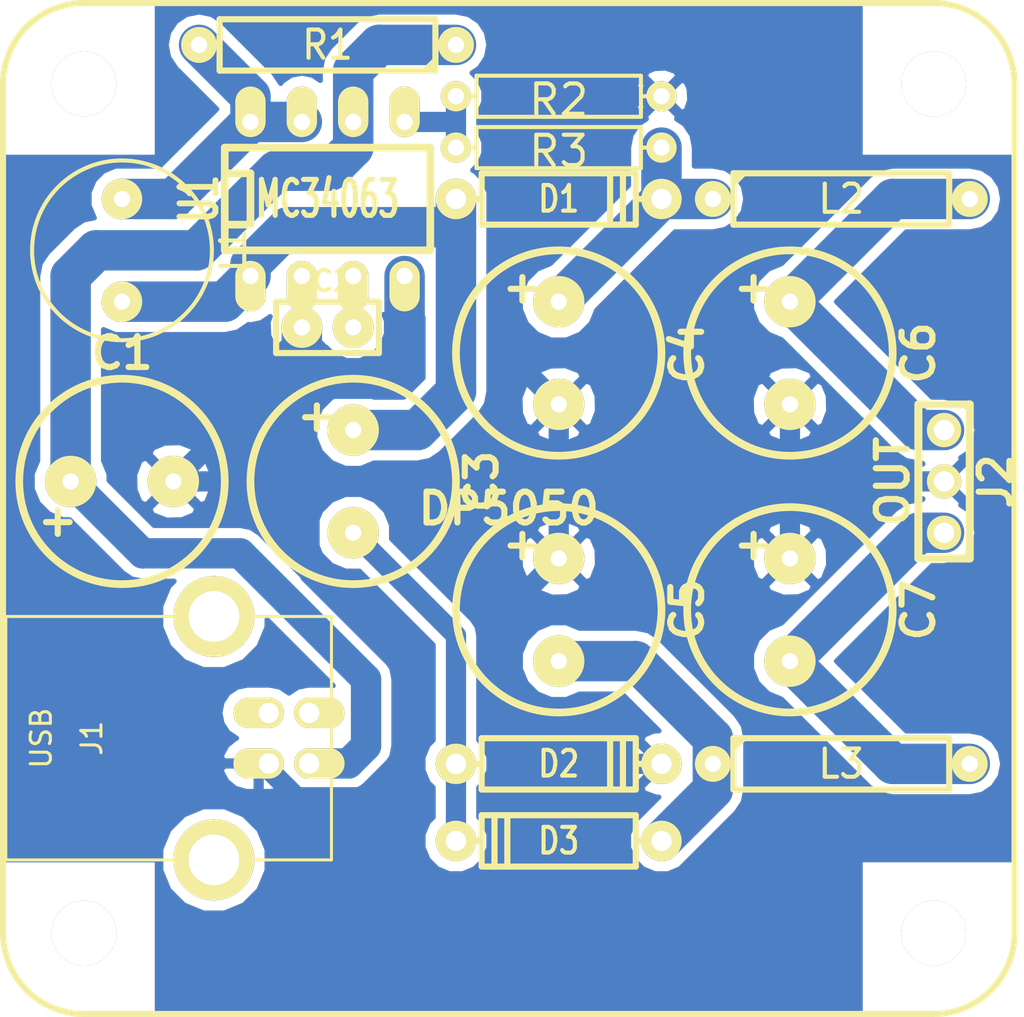
<source format=kicad_pcb>
(kicad_pcb (version 3) (host pcbnew "(2013-07-07 BZR 4022)-stable")

  (general
    (links 34)
    (no_connects 0)
    (area 47.8536 49.594919 100.405081 100.405081)
    (thickness 1.6)
    (drawings 0)
    (tracks 87)
    (zones 0)
    (modules 20)
    (nets 12)
  )

  (page A4)
  (layers
    (15 F.Cu signal)
    (0 B.Cu signal)
    (16 B.Adhes user)
    (17 F.Adhes user)
    (18 B.Paste user)
    (19 F.Paste user)
    (20 B.SilkS user)
    (21 F.SilkS user)
    (22 B.Mask user)
    (23 F.Mask user)
    (24 Dwgs.User user)
    (25 Cmts.User user)
    (26 Eco1.User user)
    (27 Eco2.User user)
    (28 Edge.Cuts user)
  )

  (setup
    (last_trace_width 0.254)
    (user_trace_width 0.5)
    (user_trace_width 1)
    (user_trace_width 1.5)
    (user_trace_width 2)
    (trace_clearance 0.254)
    (zone_clearance 0.5)
    (zone_45_only no)
    (trace_min 0.254)
    (segment_width 0.2)
    (edge_width 0.1)
    (via_size 0.889)
    (via_drill 0.635)
    (via_min_size 0.889)
    (via_min_drill 0.508)
    (uvia_size 0.508)
    (uvia_drill 0.127)
    (uvias_allowed no)
    (uvia_min_size 0.508)
    (uvia_min_drill 0.127)
    (pcb_text_width 0.3)
    (pcb_text_size 1.5 1.5)
    (mod_edge_width 0.15)
    (mod_text_size 1 1)
    (mod_text_width 0.15)
    (pad_size 1.5 2.5)
    (pad_drill 0.8001)
    (pad_to_mask_clearance 0)
    (aux_axis_origin 0 0)
    (visible_elements 7FFFFFFF)
    (pcbplotparams
      (layerselection 3178497)
      (usegerberextensions true)
      (excludeedgelayer true)
      (linewidth 0.150000)
      (plotframeref false)
      (viasonmask false)
      (mode 1)
      (useauxorigin false)
      (hpglpennumber 1)
      (hpglpenspeed 20)
      (hpglpendiameter 15)
      (hpglpenoverlay 2)
      (psnegative false)
      (psa4output false)
      (plotreference true)
      (plotvalue true)
      (plotothertext true)
      (plotinvisibletext false)
      (padsonsilk false)
      (subtractmaskfromsilk false)
      (outputformat 1)
      (mirror false)
      (drillshape 1)
      (scaleselection 1)
      (outputdirectory ""))
  )

  (net 0 "")
  (net 1 GND)
  (net 2 N-0000010)
  (net 3 N-0000011)
  (net 4 N-0000012)
  (net 5 N-0000013)
  (net 6 N-0000015)
  (net 7 N-000002)
  (net 8 N-000003)
  (net 9 N-000004)
  (net 10 N-000009)
  (net 11 VCC)

  (net_class Default "This is the default net class."
    (clearance 0.254)
    (trace_width 0.254)
    (via_dia 0.889)
    (via_drill 0.635)
    (uvia_dia 0.508)
    (uvia_drill 0.127)
    (add_net "")
    (add_net GND)
    (add_net N-0000010)
    (add_net N-0000011)
    (add_net N-0000012)
    (add_net N-0000013)
    (add_net N-0000015)
    (add_net N-000002)
    (add_net N-000003)
    (add_net N-000004)
    (add_net N-000009)
    (add_net VCC)
  )

  (module R5 (layer F.Cu) (tedit 525A9576) (tstamp 541CC068)
    (at 66.04 52.07 180)
    (descr "Resistance 5 pas")
    (tags R)
    (path /54189E12)
    (autoplace_cost180 10)
    (fp_text reference R1 (at 0 0 180) (layer F.SilkS)
      (effects (font (size 1.397 1.27) (thickness 0.2032)))
    )
    (fp_text value R47/1W (at 0 0 180) (layer F.SilkS) hide
      (effects (font (size 1.397 1.27) (thickness 0.2032)))
    )
    (fp_line (start -6.35 0) (end -5.334 0) (layer F.SilkS) (width 0.3048))
    (fp_line (start 6.35 0) (end 5.334 0) (layer F.SilkS) (width 0.3048))
    (fp_line (start 5.334 -1.27) (end 5.334 1.27) (layer F.SilkS) (width 0.3048))
    (fp_line (start 5.334 1.27) (end -5.334 1.27) (layer F.SilkS) (width 0.3048))
    (fp_line (start -5.334 1.27) (end -5.334 -1.27) (layer F.SilkS) (width 0.3048))
    (fp_line (start -5.334 -1.27) (end 5.334 -1.27) (layer F.SilkS) (width 0.3048))
    (fp_line (start -5.334 -0.762) (end -4.826 -1.27) (layer F.SilkS) (width 0.3048))
    (pad 1 thru_hole circle (at -6.35 0 180) (size 1.778 1.778) (drill 0.8)
      (layers *.Cu *.Mask F.SilkS)
      (net 11 VCC)
    )
    (pad 2 thru_hole circle (at 6.35 0 180) (size 1.778 1.778) (drill 0.8)
      (layers *.Cu *.Mask F.SilkS)
      (net 6 N-0000015)
    )
    (model discret/resistor.wrl
      (at (xyz 0 0 0))
      (scale (xyz 0.5 0.5 0.5))
      (rotate (xyz 0 0 0))
    )
  )

  (module R5 (layer F.Cu) (tedit 525A9576) (tstamp 541CC075)
    (at 91.44 59.69)
    (descr "Resistance 5 pas")
    (tags R)
    (path /54189F0D)
    (autoplace_cost180 10)
    (fp_text reference L2 (at 0 0) (layer F.SilkS)
      (effects (font (size 1.397 1.27) (thickness 0.2032)))
    )
    (fp_text value 1uH (at 0 0) (layer F.SilkS) hide
      (effects (font (size 1.397 1.27) (thickness 0.2032)))
    )
    (fp_line (start -6.35 0) (end -5.334 0) (layer F.SilkS) (width 0.3048))
    (fp_line (start 6.35 0) (end 5.334 0) (layer F.SilkS) (width 0.3048))
    (fp_line (start 5.334 -1.27) (end 5.334 1.27) (layer F.SilkS) (width 0.3048))
    (fp_line (start 5.334 1.27) (end -5.334 1.27) (layer F.SilkS) (width 0.3048))
    (fp_line (start -5.334 1.27) (end -5.334 -1.27) (layer F.SilkS) (width 0.3048))
    (fp_line (start -5.334 -1.27) (end 5.334 -1.27) (layer F.SilkS) (width 0.3048))
    (fp_line (start -5.334 -0.762) (end -4.826 -1.27) (layer F.SilkS) (width 0.3048))
    (pad 1 thru_hole circle (at -6.35 0) (size 1.778 1.778) (drill 0.8)
      (layers *.Cu *.Mask F.SilkS)
      (net 5 N-0000013)
    )
    (pad 2 thru_hole circle (at 6.35 0) (size 1.778 1.778) (drill 0.8)
      (layers *.Cu *.Mask F.SilkS)
      (net 3 N-0000011)
    )
    (model discret/resistor.wrl
      (at (xyz 0 0 0))
      (scale (xyz 0.5 0.5 0.5))
      (rotate (xyz 0 0 0))
    )
  )

  (module R5 (layer F.Cu) (tedit 525A9576) (tstamp 541CC082)
    (at 91.44 87.63)
    (descr "Resistance 5 pas")
    (tags R)
    (path /54189F1C)
    (autoplace_cost180 10)
    (fp_text reference L3 (at 0 0) (layer F.SilkS)
      (effects (font (size 1.397 1.27) (thickness 0.2032)))
    )
    (fp_text value 1uH (at 0 0) (layer F.SilkS) hide
      (effects (font (size 1.397 1.27) (thickness 0.2032)))
    )
    (fp_line (start -6.35 0) (end -5.334 0) (layer F.SilkS) (width 0.3048))
    (fp_line (start 6.35 0) (end 5.334 0) (layer F.SilkS) (width 0.3048))
    (fp_line (start 5.334 -1.27) (end 5.334 1.27) (layer F.SilkS) (width 0.3048))
    (fp_line (start 5.334 1.27) (end -5.334 1.27) (layer F.SilkS) (width 0.3048))
    (fp_line (start -5.334 1.27) (end -5.334 -1.27) (layer F.SilkS) (width 0.3048))
    (fp_line (start -5.334 -1.27) (end 5.334 -1.27) (layer F.SilkS) (width 0.3048))
    (fp_line (start -5.334 -0.762) (end -4.826 -1.27) (layer F.SilkS) (width 0.3048))
    (pad 1 thru_hole circle (at -6.35 0) (size 1.778 1.778) (drill 0.8)
      (layers *.Cu *.Mask F.SilkS)
      (net 4 N-0000012)
    )
    (pad 2 thru_hole circle (at 6.35 0) (size 1.778 1.778) (drill 0.8)
      (layers *.Cu *.Mask F.SilkS)
      (net 2 N-0000010)
    )
    (model discret/resistor.wrl
      (at (xyz 0 0 0))
      (scale (xyz 0.5 0.5 0.5))
      (rotate (xyz 0 0 0))
    )
  )

  (module R4 (layer F.Cu) (tedit 52119F90) (tstamp 541CC08F)
    (at 77.47 54.61)
    (descr "Resitance 4 pas")
    (tags R)
    (path /5418A038)
    (autoplace_cost180 10)
    (fp_text reference R2 (at 0 0.18) (layer F.SilkS)
      (effects (font (size 1.5 1.5) (thickness 0.2032)))
    )
    (fp_text value 1K5 (at 0 0) (layer F.SilkS) hide
      (effects (font (size 1.397 1.27) (thickness 0.2032)))
    )
    (fp_line (start -5.08 0) (end -4.064 0) (layer F.SilkS) (width 0.2))
    (fp_line (start -4.064 0) (end -4.064 -1.016) (layer F.SilkS) (width 0.2))
    (fp_line (start -4.064 -1.016) (end 4.064 -1.016) (layer F.SilkS) (width 0.2))
    (fp_line (start 4.064 -1.016) (end 4.064 1.016) (layer F.SilkS) (width 0.2))
    (fp_line (start 4.064 1.016) (end -4.064 1.016) (layer F.SilkS) (width 0.2))
    (fp_line (start -4.064 1.016) (end -4.064 0) (layer F.SilkS) (width 0.2))
    (fp_line (start 5.08 0) (end 4.064 0) (layer F.SilkS) (width 0.2))
    (pad 1 thru_hole circle (at -5.08 0) (size 1.5 1.5) (drill 0.8001)
      (layers *.Cu *.Mask F.SilkS)
      (net 7 N-000002)
    )
    (pad 2 thru_hole circle (at 5.08 0) (size 1.5 1.5) (drill 0.8001)
      (layers *.Cu *.Mask F.SilkS)
      (net 1 GND)
    )
    (model discret/resistor.wrl
      (at (xyz 0 0 0))
      (scale (xyz 0.4 0.4 0.4))
      (rotate (xyz 0 0 0))
    )
  )

  (module R4 (layer F.Cu) (tedit 52119F90) (tstamp 541CC09C)
    (at 77.47 57.15)
    (descr "Resitance 4 pas")
    (tags R)
    (path /5418A029)
    (autoplace_cost180 10)
    (fp_text reference R3 (at 0 0.18) (layer F.SilkS)
      (effects (font (size 1.5 1.5) (thickness 0.2032)))
    )
    (fp_text value 13K (at 0 0) (layer F.SilkS) hide
      (effects (font (size 1.397 1.27) (thickness 0.2032)))
    )
    (fp_line (start -5.08 0) (end -4.064 0) (layer F.SilkS) (width 0.2))
    (fp_line (start -4.064 0) (end -4.064 -1.016) (layer F.SilkS) (width 0.2))
    (fp_line (start -4.064 -1.016) (end 4.064 -1.016) (layer F.SilkS) (width 0.2))
    (fp_line (start 4.064 -1.016) (end 4.064 1.016) (layer F.SilkS) (width 0.2))
    (fp_line (start 4.064 1.016) (end -4.064 1.016) (layer F.SilkS) (width 0.2))
    (fp_line (start -4.064 1.016) (end -4.064 0) (layer F.SilkS) (width 0.2))
    (fp_line (start 5.08 0) (end 4.064 0) (layer F.SilkS) (width 0.2))
    (pad 1 thru_hole circle (at -5.08 0) (size 1.5 1.5) (drill 0.8001)
      (layers *.Cu *.Mask F.SilkS)
      (net 7 N-000002)
    )
    (pad 2 thru_hole circle (at 5.08 0) (size 1.5 1.5) (drill 0.8001)
      (layers *.Cu *.Mask F.SilkS)
      (net 5 N-0000013)
    )
    (model discret/resistor.wrl
      (at (xyz 0 0 0))
      (scale (xyz 0.4 0.4 0.4))
      (rotate (xyz 0 0 0))
    )
  )

  (module L2_D3.5 (layer F.Cu) (tedit 541A58B7) (tstamp 541CC0A3)
    (at 55.88 62.23 270)
    (path /54189E4B)
    (fp_text reference L1 (at 0 -5.5 270) (layer F.SilkS)
      (effects (font (size 1.2 1.2) (thickness 0.2)))
    )
    (fp_text value 100uH (at 0 5.5 270) (layer F.SilkS) hide
      (effects (font (size 1.2 1.2) (thickness 0.2)))
    )
    (fp_circle (center 0 0) (end 4.445 0) (layer F.SilkS) (width 0.2))
    (pad 1 thru_hole circle (at -2.54 0 270) (size 2 2) (drill 0.8001)
      (layers *.Cu *.Mask F.SilkS)
      (net 6 N-0000015)
    )
    (pad 2 thru_hole circle (at 2.54 0 270) (size 2 2) (drill 0.8001)
      (layers *.Cu *.Mask F.SilkS)
      (net 9 N-000004)
    )
  )

  (module HDR-3 (layer F.Cu) (tedit 51CBC22E) (tstamp 541CC0AE)
    (at 96.52 73.66 270)
    (path /541A55A9)
    (fp_text reference J2 (at 0 -2.54 270) (layer F.SilkS)
      (effects (font (size 1.524 1.524) (thickness 0.3048)))
    )
    (fp_text value OUT (at 0 2.54 270) (layer F.SilkS)
      (effects (font (size 1.524 1.524) (thickness 0.3048)))
    )
    (fp_line (start -3.81 1.27) (end 3.81 1.27) (layer F.SilkS) (width 0.39878))
    (fp_line (start -3.81 -1.27) (end 3.81 -1.27) (layer F.SilkS) (width 0.39878))
    (fp_line (start 3.81 -1.27) (end 3.81 1.27) (layer F.SilkS) (width 0.39878))
    (fp_line (start -3.81 -1.27) (end -3.81 1.27) (layer F.SilkS) (width 0.381))
    (pad 1 thru_hole circle (at -2.54 0 270) (size 1.69926 1.69926) (drill 1.00076)
      (layers *.Cu *.Mask F.SilkS)
      (net 3 N-0000011)
    )
    (pad 2 thru_hole circle (at 0 0 270) (size 1.69926 1.69926) (drill 1.00076)
      (layers *.Cu *.Mask F.SilkS)
      (net 1 GND)
    )
    (pad 3 thru_hole circle (at 2.54 0 270) (size 1.69926 1.69926) (drill 1.00076)
      (layers *.Cu *.Mask F.SilkS)
      (net 2 N-0000010)
    )
  )

  (module DIP-8 (layer F.Cu) (tedit 541A5A65) (tstamp 541CC0C1)
    (at 66.04 59.69)
    (descr "8 pins DIL package, elliptical pads")
    (tags DIL)
    (path /54189DB0)
    (fp_text reference U1 (at -6.35 0 90) (layer F.SilkS)
      (effects (font (size 1.778 1.143) (thickness 0.3048)))
    )
    (fp_text value MC34063 (at 0 0) (layer F.SilkS)
      (effects (font (size 1.778 1.016) (thickness 0.254)))
    )
    (fp_line (start -5.08 -1.27) (end -3.81 -1.27) (layer F.SilkS) (width 0.381))
    (fp_line (start -3.81 -1.27) (end -3.81 1.27) (layer F.SilkS) (width 0.381))
    (fp_line (start -3.81 1.27) (end -5.08 1.27) (layer F.SilkS) (width 0.381))
    (fp_line (start -5.08 -2.54) (end 5.08 -2.54) (layer F.SilkS) (width 0.381))
    (fp_line (start 5.08 -2.54) (end 5.08 2.54) (layer F.SilkS) (width 0.381))
    (fp_line (start 5.08 2.54) (end -5.08 2.54) (layer F.SilkS) (width 0.381))
    (fp_line (start -5.08 2.54) (end -5.08 -2.54) (layer F.SilkS) (width 0.381))
    (pad 1 thru_hole oval (at -3.81 3.81) (size 1.5 2.5) (drill 0.8001 (offset 0 0.5))
      (layers *.Cu *.Mask F.SilkS)
      (net 9 N-000004)
    )
    (pad 2 thru_hole oval (at -1.27 3.81) (size 1.5 2.5) (drill 0.8001 (offset 0 0.5))
      (layers *.Cu *.Mask F.SilkS)
      (net 1 GND)
    )
    (pad 3 thru_hole oval (at 1.27 3.81) (size 1.5 2.5) (drill 0.8001 (offset 0 0.5))
      (layers *.Cu *.Mask F.SilkS)
      (net 10 N-000009)
    )
    (pad 4 thru_hole oval (at 3.81 3.81) (size 1.5 2.5) (drill 0.8001 (offset 0 0.5))
      (layers *.Cu *.Mask F.SilkS)
      (net 1 GND)
    )
    (pad 5 thru_hole oval (at 3.81 -3.81) (size 1.5 2.5) (drill 0.8001 (offset 0 -0.5))
      (layers *.Cu *.Mask F.SilkS)
      (net 7 N-000002)
    )
    (pad 6 thru_hole oval (at 1.27 -3.81) (size 1.5 2.5) (drill 0.8001 (offset 0 -0.5))
      (layers *.Cu *.Mask F.SilkS)
      (net 11 VCC)
    )
    (pad 7 thru_hole oval (at -1.27 -3.81) (size 1.5 2.5) (drill 0.8001 (offset 0 -0.5))
      (layers *.Cu *.Mask F.SilkS)
      (net 6 N-0000015)
    )
    (pad 8 thru_hole oval (at -3.81 -3.81) (size 1.5 2.5) (drill 0.8001 (offset 0 -0.5))
      (layers *.Cu *.Mask F.SilkS)
      (net 6 N-0000015)
    )
    (model dil/dil_8.wrl
      (at (xyz 0 0 0))
      (scale (xyz 1 1 1))
      (rotate (xyz 0 0 0))
    )
  )

  (module C2P_D4 (layer F.Cu) (tedit 4AD8C32C) (tstamp 541CC0C9)
    (at 88.9 67.31 270)
    (path /54189F2B)
    (fp_text reference C6 (at 0 -6.35 270) (layer F.SilkS)
      (effects (font (size 1.524 1.524) (thickness 0.3048)))
    )
    (fp_text value 470uF/16V (at 0 6.35 270) (layer F.SilkS) hide
      (effects (font (size 1.524 1.524) (thickness 0.3048)))
    )
    (fp_text user + (at -3.175 1.905 270) (layer F.SilkS)
      (effects (font (size 1.524 1.524) (thickness 0.3048)))
    )
    (fp_circle (center 0 0) (end 5.08 0) (layer F.SilkS) (width 0.381))
    (pad 1 thru_hole circle (at -2.54 0 270) (size 2.54 2.54) (drill 0.8001)
      (layers *.Cu *.Mask F.SilkS)
      (net 3 N-0000011)
    )
    (pad 2 thru_hole circle (at 2.54 0 270) (size 2.54 2.54) (drill 0.8001)
      (layers *.Cu *.Mask F.SilkS)
      (net 1 GND)
    )
  )

  (module C2P_D4 (layer F.Cu) (tedit 4AD8C32C) (tstamp 541CC0D1)
    (at 88.9 80.01 270)
    (path /54189F3A)
    (fp_text reference C7 (at 0 -6.35 270) (layer F.SilkS)
      (effects (font (size 1.524 1.524) (thickness 0.3048)))
    )
    (fp_text value 470uF/16V (at 0 6.35 270) (layer F.SilkS) hide
      (effects (font (size 1.524 1.524) (thickness 0.3048)))
    )
    (fp_text user + (at -3.175 1.905 270) (layer F.SilkS)
      (effects (font (size 1.524 1.524) (thickness 0.3048)))
    )
    (fp_circle (center 0 0) (end 5.08 0) (layer F.SilkS) (width 0.381))
    (pad 1 thru_hole circle (at -2.54 0 270) (size 2.54 2.54) (drill 0.8001)
      (layers *.Cu *.Mask F.SilkS)
      (net 1 GND)
    )
    (pad 2 thru_hole circle (at 2.54 0 270) (size 2.54 2.54) (drill 0.8001)
      (layers *.Cu *.Mask F.SilkS)
      (net 2 N-0000010)
    )
  )

  (module C2P_D4 (layer F.Cu) (tedit 4AD8C32C) (tstamp 541CC0D9)
    (at 67.31 73.66 270)
    (path /54189FC4)
    (fp_text reference C3 (at 0 -6.35 270) (layer F.SilkS)
      (effects (font (size 1.524 1.524) (thickness 0.3048)))
    )
    (fp_text value 470uF/25V (at 0 6.35 270) (layer F.SilkS) hide
      (effects (font (size 1.524 1.524) (thickness 0.3048)))
    )
    (fp_text user + (at -3.175 1.905 270) (layer F.SilkS)
      (effects (font (size 1.524 1.524) (thickness 0.3048)))
    )
    (fp_circle (center 0 0) (end 5.08 0) (layer F.SilkS) (width 0.381))
    (pad 1 thru_hole circle (at -2.54 0 270) (size 2.54 2.54) (drill 0.8001)
      (layers *.Cu *.Mask F.SilkS)
      (net 9 N-000004)
    )
    (pad 2 thru_hole circle (at 2.54 0 270) (size 2.54 2.54) (drill 0.8001)
      (layers *.Cu *.Mask F.SilkS)
      (net 8 N-000003)
    )
  )

  (module C2P_D4 (layer F.Cu) (tedit 4AD8C32C) (tstamp 541CC0E1)
    (at 77.47 80.01 270)
    (path /54189EFE)
    (fp_text reference C5 (at 0 -6.35 270) (layer F.SilkS)
      (effects (font (size 1.524 1.524) (thickness 0.3048)))
    )
    (fp_text value 470uF/25V (at 0 6.35 270) (layer F.SilkS) hide
      (effects (font (size 1.524 1.524) (thickness 0.3048)))
    )
    (fp_text user + (at -3.175 1.905 270) (layer F.SilkS)
      (effects (font (size 1.524 1.524) (thickness 0.3048)))
    )
    (fp_circle (center 0 0) (end 5.08 0) (layer F.SilkS) (width 0.381))
    (pad 1 thru_hole circle (at -2.54 0 270) (size 2.54 2.54) (drill 0.8001)
      (layers *.Cu *.Mask F.SilkS)
      (net 1 GND)
    )
    (pad 2 thru_hole circle (at 2.54 0 270) (size 2.54 2.54) (drill 0.8001)
      (layers *.Cu *.Mask F.SilkS)
      (net 4 N-0000012)
    )
  )

  (module C2P_D4 (layer F.Cu) (tedit 4AD8C32C) (tstamp 541CC0E9)
    (at 77.47 67.31 270)
    (path /54189EEF)
    (fp_text reference C4 (at 0 -6.35 270) (layer F.SilkS)
      (effects (font (size 1.524 1.524) (thickness 0.3048)))
    )
    (fp_text value 470uF/25V (at 0 6.35 270) (layer F.SilkS) hide
      (effects (font (size 1.524 1.524) (thickness 0.3048)))
    )
    (fp_text user + (at -3.175 1.905 270) (layer F.SilkS)
      (effects (font (size 1.524 1.524) (thickness 0.3048)))
    )
    (fp_circle (center 0 0) (end 5.08 0) (layer F.SilkS) (width 0.381))
    (pad 1 thru_hole circle (at -2.54 0 270) (size 2.54 2.54) (drill 0.8001)
      (layers *.Cu *.Mask F.SilkS)
      (net 5 N-0000013)
    )
    (pad 2 thru_hole circle (at 2.54 0 270) (size 2.54 2.54) (drill 0.8001)
      (layers *.Cu *.Mask F.SilkS)
      (net 1 GND)
    )
  )

  (module C2P_D4 (layer F.Cu) (tedit 4AD8C32C) (tstamp 541CC0F1)
    (at 55.88 73.66)
    (path /54189DE8)
    (fp_text reference C1 (at 0 -6.35) (layer F.SilkS)
      (effects (font (size 1.524 1.524) (thickness 0.3048)))
    )
    (fp_text value 470uF/10V (at 0 6.35) (layer F.SilkS) hide
      (effects (font (size 1.524 1.524) (thickness 0.3048)))
    )
    (fp_text user + (at -3.175 1.905) (layer F.SilkS)
      (effects (font (size 1.524 1.524) (thickness 0.3048)))
    )
    (fp_circle (center 0 0) (end 5.08 0) (layer F.SilkS) (width 0.381))
    (pad 1 thru_hole circle (at -2.54 0) (size 2.54 2.54) (drill 0.8001)
      (layers *.Cu *.Mask F.SilkS)
      (net 11 VCC)
    )
    (pad 2 thru_hole circle (at 2.54 0) (size 2.54 2.54) (drill 0.8001)
      (layers *.Cu *.Mask F.SilkS)
      (net 1 GND)
    )
  )

  (module C1 (layer F.Cu) (tedit 4AD8BF9D) (tstamp 541CC0FB)
    (at 66.04 66.04)
    (descr "Condensateur e = 1 pas")
    (tags C)
    (path /54189E73)
    (fp_text reference C2 (at 0.254 -2.286) (layer F.SilkS)
      (effects (font (size 1.016 1.016) (thickness 0.2032)))
    )
    (fp_text value 330pF (at 0 -2.286) (layer F.SilkS) hide
      (effects (font (size 1.016 1.016) (thickness 0.2032)))
    )
    (fp_line (start -2.4892 -1.27) (end 2.54 -1.27) (layer F.SilkS) (width 0.3048))
    (fp_line (start 2.54 -1.27) (end 2.54 1.27) (layer F.SilkS) (width 0.3048))
    (fp_line (start 2.54 1.27) (end -2.54 1.27) (layer F.SilkS) (width 0.3048))
    (fp_line (start -2.54 1.27) (end -2.54 -1.27) (layer F.SilkS) (width 0.3048))
    (pad 1 thru_hole circle (at -1.27 0) (size 2.032 2.032) (drill 0.8001)
      (layers *.Cu *.Mask F.SilkS)
      (net 1 GND)
    )
    (pad 2 thru_hole circle (at 1.27 0) (size 2.032 2.032) (drill 0.8001)
      (layers *.Cu *.Mask F.SilkS)
      (net 10 N-000009)
    )
    (model discret/capa_1_pas.wrl
      (at (xyz 0 0 0))
      (scale (xyz 1 1 1))
      (rotate (xyz 0 0 0))
    )
  )

  (module D4 (layer F.Cu) (tedit 525A9480) (tstamp 541DEEC3)
    (at 77.47 59.69)
    (descr "Diode 4 pas")
    (tags "DIODE DEV")
    (path /54189F5F)
    (fp_text reference D1 (at 0 0) (layer F.SilkS)
      (effects (font (size 1.27 1.016) (thickness 0.2032)))
    )
    (fp_text value 1N5819 (at 0 0) (layer F.SilkS) hide
      (effects (font (size 1.27 1.016) (thickness 0.2032)))
    )
    (fp_line (start -3.81 -1.27) (end 3.81 -1.27) (layer F.SilkS) (width 0.3048))
    (fp_line (start 3.81 -1.27) (end 3.81 1.27) (layer F.SilkS) (width 0.3048))
    (fp_line (start 3.81 1.27) (end -3.81 1.27) (layer F.SilkS) (width 0.3048))
    (fp_line (start -3.81 1.27) (end -3.81 -1.27) (layer F.SilkS) (width 0.3048))
    (fp_line (start 3.175 -1.27) (end 3.175 1.27) (layer F.SilkS) (width 0.3048))
    (fp_line (start 2.54 1.27) (end 2.54 -1.27) (layer F.SilkS) (width 0.3048))
    (fp_line (start -3.81 0) (end -5.08 0) (layer F.SilkS) (width 0.3048))
    (fp_line (start 3.81 0) (end 5.08 0) (layer F.SilkS) (width 0.3048))
    (pad 1 thru_hole circle (at -5.08 0) (size 2 2) (drill 1)
      (layers *.Cu *.Mask F.SilkS)
      (net 9 N-000004)
    )
    (pad 2 thru_hole circle (at 5.08 0) (size 2 2) (drill 1)
      (layers *.Cu *.Mask F.SilkS)
      (net 5 N-0000013)
    )
    (model discret/diode.wrl
      (at (xyz 0 0 0))
      (scale (xyz 0.4 0.4 0.4))
      (rotate (xyz 0 0 0))
    )
  )

  (module D4 (layer F.Cu) (tedit 525A9480) (tstamp 541DEED1)
    (at 77.47 91.44 180)
    (descr "Diode 4 pas")
    (tags "DIODE DEV")
    (path /54189F6E)
    (fp_text reference D3 (at 0 0 180) (layer F.SilkS)
      (effects (font (size 1.27 1.016) (thickness 0.2032)))
    )
    (fp_text value 1N5819 (at 0 0 180) (layer F.SilkS) hide
      (effects (font (size 1.27 1.016) (thickness 0.2032)))
    )
    (fp_line (start -3.81 -1.27) (end 3.81 -1.27) (layer F.SilkS) (width 0.3048))
    (fp_line (start 3.81 -1.27) (end 3.81 1.27) (layer F.SilkS) (width 0.3048))
    (fp_line (start 3.81 1.27) (end -3.81 1.27) (layer F.SilkS) (width 0.3048))
    (fp_line (start -3.81 1.27) (end -3.81 -1.27) (layer F.SilkS) (width 0.3048))
    (fp_line (start 3.175 -1.27) (end 3.175 1.27) (layer F.SilkS) (width 0.3048))
    (fp_line (start 2.54 1.27) (end 2.54 -1.27) (layer F.SilkS) (width 0.3048))
    (fp_line (start -3.81 0) (end -5.08 0) (layer F.SilkS) (width 0.3048))
    (fp_line (start 3.81 0) (end 5.08 0) (layer F.SilkS) (width 0.3048))
    (pad 1 thru_hole circle (at -5.08 0 180) (size 2 2) (drill 1)
      (layers *.Cu *.Mask F.SilkS)
      (net 4 N-0000012)
    )
    (pad 2 thru_hole circle (at 5.08 0 180) (size 2 2) (drill 1)
      (layers *.Cu *.Mask F.SilkS)
      (net 8 N-000003)
    )
    (model discret/diode.wrl
      (at (xyz 0 0 0))
      (scale (xyz 0.4 0.4 0.4))
      (rotate (xyz 0 0 0))
    )
  )

  (module D4 (layer F.Cu) (tedit 525A9480) (tstamp 541DEEDF)
    (at 77.47 87.63)
    (descr "Diode 4 pas")
    (tags "DIODE DEV")
    (path /54189FF7)
    (fp_text reference D2 (at 0 0) (layer F.SilkS)
      (effects (font (size 1.27 1.016) (thickness 0.2032)))
    )
    (fp_text value 1N5819 (at 0 0) (layer F.SilkS) hide
      (effects (font (size 1.27 1.016) (thickness 0.2032)))
    )
    (fp_line (start -3.81 -1.27) (end 3.81 -1.27) (layer F.SilkS) (width 0.3048))
    (fp_line (start 3.81 -1.27) (end 3.81 1.27) (layer F.SilkS) (width 0.3048))
    (fp_line (start 3.81 1.27) (end -3.81 1.27) (layer F.SilkS) (width 0.3048))
    (fp_line (start -3.81 1.27) (end -3.81 -1.27) (layer F.SilkS) (width 0.3048))
    (fp_line (start 3.175 -1.27) (end 3.175 1.27) (layer F.SilkS) (width 0.3048))
    (fp_line (start 2.54 1.27) (end 2.54 -1.27) (layer F.SilkS) (width 0.3048))
    (fp_line (start -3.81 0) (end -5.08 0) (layer F.SilkS) (width 0.3048))
    (fp_line (start 3.81 0) (end 5.08 0) (layer F.SilkS) (width 0.3048))
    (pad 1 thru_hole circle (at -5.08 0) (size 2 2) (drill 1)
      (layers *.Cu *.Mask F.SilkS)
      (net 8 N-000003)
    )
    (pad 2 thru_hole circle (at 5.08 0) (size 2 2) (drill 1)
      (layers *.Cu *.Mask F.SilkS)
      (net 1 GND)
    )
    (model discret/diode.wrl
      (at (xyz 0 0 0))
      (scale (xyz 0.4 0.4 0.4))
      (rotate (xyz 0 0 0))
    )
  )

  (module DP5050 (layer F.Cu) (tedit 5192A5EE) (tstamp 541FE7E7)
    (at 75 75)
    (fp_text reference DP5050 (at 0 0) (layer F.SilkS)
      (effects (font (size 1.524 1.524) (thickness 0.3048)))
    )
    (fp_text value " " (at 0 0) (layer F.SilkS) hide
      (effects (font (size 1.524 1.524) (thickness 0.3048)))
    )
    (fp_line (start -25.00122 21.00072) (end -25.00122 -21.00072) (layer F.SilkS) (width 0.29972))
    (fp_line (start 25.00122 -21.00072) (end 25.00122 21.00072) (layer F.SilkS) (width 0.29972))
    (fp_line (start 21.00072 -24.99868) (end -21.00072 -24.99868) (layer F.SilkS) (width 0.29972))
    (fp_line (start 21.00072 24.99868) (end -21.00072 24.99868) (layer F.SilkS) (width 0.29972))
    (fp_arc (start -21.00072 21.00072) (end -21.00072 25.00122) (angle 90) (layer F.SilkS) (width 0.29972))
    (fp_arc (start 21.00072 21.00072) (end 25.00122 21.00072) (angle 90) (layer F.SilkS) (width 0.29972))
    (fp_arc (start 21.00072 -21.00072) (end 21.00072 -25.00122) (angle 90) (layer F.SilkS) (width 0.29972))
    (fp_arc (start -21.00072 -21.00072) (end -25.00122 -21.00072) (angle 90) (layer F.SilkS) (width 0.29972))
    (pad "" thru_hole circle (at 21.00072 -21.00072) (size 3.2004 3.2004) (drill 3.2004)
      (layers *.Cu *.Mask F.SilkS)
      (clearance 1.39954)
    )
    (pad "" thru_hole circle (at 21.00072 21.00072) (size 3.2004 3.2004) (drill 3.2004)
      (layers *.Cu *.Mask F.SilkS)
      (clearance 1.39954)
    )
    (pad "" thru_hole circle (at -21.00072 21.00072) (size 3.2004 3.2004) (drill 3.2004)
      (layers *.Cu *.Mask F.SilkS)
      (clearance 1.39954)
    )
    (pad "" thru_hole circle (at -21.00072 -21.00072) (size 3.2004 3.2004) (drill 3.2004)
      (layers *.Cu *.Mask F.SilkS)
      (clearance 1.39954)
    )
  )

  (module USB-B (layer F.Cu) (tedit 541B496C) (tstamp 541B49B2)
    (at 64.135 86.36 270)
    (path /541A543A)
    (fp_text reference J1 (at 0 9.75 270) (layer F.SilkS)
      (effects (font (size 1 1) (thickness 0.15)))
    )
    (fp_text value USB (at 0 12.25 270) (layer F.SilkS)
      (effects (font (size 1 1) (thickness 0.15)))
    )
    (fp_line (start -6.02 -2.1) (end 6.02 -2.1) (layer F.SilkS) (width 0.15))
    (fp_line (start 6.02 -2.1) (end 6.02 14) (layer F.SilkS) (width 0.15))
    (fp_line (start 6.02 14) (end -6.02 14) (layer F.SilkS) (width 0.15))
    (fp_line (start -6.02 14) (end -6.02 -2.1) (layer F.SilkS) (width 0.15))
    (pad 1 thru_hole oval (at 1.25 -1 270) (size 1.5 2.5) (drill 1 (offset 0 -0.5))
      (layers *.Cu *.Mask F.SilkS)
      (net 11 VCC)
    )
    (pad 2 thru_hole oval (at -1.25 -1 270) (size 1.5 2.5) (drill 1 (offset 0 -0.5))
      (layers *.Cu *.Mask F.SilkS)
    )
    (pad 3 thru_hole oval (at -1.25 1 270) (size 1.5 2.5) (drill 1 (offset 0 0.5))
      (layers *.Cu *.Mask F.SilkS)
    )
    (pad 4 thru_hole oval (at 1.25 1 270) (size 1.5 2.5) (drill 1 (offset 0 0.5))
      (layers *.Cu *.Mask F.SilkS)
      (net 1 GND)
    )
    (pad "" thru_hole circle (at 6.02 3.71 270) (size 4 4) (drill 2.5)
      (layers *.Cu *.Mask F.SilkS)
    )
    (pad "" thru_hole circle (at -6.02 3.71 270) (size 4 4) (drill 2.5)
      (layers *.Cu *.Mask F.SilkS)
    )
  )

  (segment (start 63.135 87.61) (end 63.135 87.9) (width 1) (layer B.Cu) (net 1))
  (segment (start 65.151 78.232) (end 65.151 73.66) (width 1) (layer B.Cu) (net 1) (tstamp 541B4B08))
  (segment (start 69.723 82.804) (end 65.151 78.232) (width 1) (layer B.Cu) (net 1) (tstamp 541B4B05))
  (segment (start 69.723 87.376) (end 69.723 82.804) (width 1) (layer B.Cu) (net 1) (tstamp 541B4B03))
  (segment (start 67.818 89.281) (end 69.723 87.376) (width 1) (layer B.Cu) (net 1) (tstamp 541B4B01))
  (segment (start 64.516 89.281) (end 67.818 89.281) (width 1) (layer B.Cu) (net 1) (tstamp 541B4AFE))
  (segment (start 63.135 87.9) (end 64.516 89.281) (width 1) (layer B.Cu) (net 1) (tstamp 541B4AFA))
  (segment (start 82.55 87.63) (end 77.47 87.63) (width 1) (layer B.Cu) (net 1))
  (segment (start 74.93 80.01) (end 77.47 77.47) (width 1) (layer B.Cu) (net 1) (tstamp 541A7DCB))
  (segment (start 74.93 85.09) (end 74.93 80.01) (width 1) (layer B.Cu) (net 1) (tstamp 541A7DCA))
  (segment (start 77.47 87.63) (end 74.93 85.09) (width 1) (layer B.Cu) (net 1) (tstamp 541A7DC5))
  (segment (start 82.55 54.61) (end 78.105 54.61) (width 1) (layer B.Cu) (net 1))
  (segment (start 74.93 67.31) (end 77.47 69.85) (width 1) (layer B.Cu) (net 1) (tstamp 541A7D82))
  (segment (start 74.93 57.785) (end 74.93 67.31) (width 1) (layer B.Cu) (net 1) (tstamp 541A7D7F))
  (segment (start 78.105 54.61) (end 74.93 57.785) (width 1) (layer B.Cu) (net 1) (tstamp 541A7D7D))
  (segment (start 77.47 73.66) (end 77.47 77.47) (width 1) (layer B.Cu) (net 1))
  (segment (start 77.47 69.85) (end 77.47 73.66) (width 1) (layer B.Cu) (net 1))
  (segment (start 88.9 73.66) (end 96.52 73.66) (width 1) (layer B.Cu) (net 1))
  (segment (start 88.9 73.66) (end 88.9 77.47) (width 1) (layer B.Cu) (net 1))
  (segment (start 58.42 73.66) (end 65.151 73.66) (width 1) (layer B.Cu) (net 1))
  (segment (start 65.151 73.66) (end 77.47 73.66) (width 1) (layer B.Cu) (net 1) (tstamp 541B4B10))
  (segment (start 77.47 73.66) (end 88.9 73.66) (width 1) (layer B.Cu) (net 1) (tstamp 541A7D73))
  (segment (start 88.9 73.66) (end 88.9 69.85) (width 1) (layer B.Cu) (net 1) (tstamp 541A7D67))
  (segment (start 64.77 66.04) (end 64.77 68.58) (width 2) (layer B.Cu) (net 1))
  (segment (start 58.42 73.66) (end 63.5 68.58) (width 1) (layer B.Cu) (net 1))
  (segment (start 63.5 68.58) (end 64.77 68.58) (width 1) (layer B.Cu) (net 1) (tstamp 541A7D39))
  (segment (start 69.85 67.31) (end 69.85 63.5) (width 2) (layer B.Cu) (net 1) (tstamp 541A7D43))
  (segment (start 68.58 68.58) (end 69.85 67.31) (width 2) (layer B.Cu) (net 1) (tstamp 541A7D3F))
  (segment (start 64.77 68.58) (end 68.58 68.58) (width 2) (layer B.Cu) (net 1) (tstamp 541A7D48))
  (segment (start 64.77 63.5) (end 64.77 66.04) (width 0.254) (layer B.Cu) (net 1))
  (segment (start 88.9 82.55) (end 95.25 76.2) (width 2) (layer B.Cu) (net 2))
  (segment (start 95.25 76.2) (end 96.52 76.2) (width 2) (layer B.Cu) (net 2) (tstamp 541B1571))
  (segment (start 88.9 82.55) (end 93.98 87.63) (width 2) (layer B.Cu) (net 2))
  (segment (start 93.98 87.63) (end 97.79 87.63) (width 2) (layer B.Cu) (net 2) (tstamp 541A7D9E))
  (segment (start 96.52 76.2) (end 96.52 76.2) (width 1) (layer B.Cu) (net 2) (tstamp 541A7D9B))
  (segment (start 88.9 64.77) (end 95.25 71.12) (width 2) (layer B.Cu) (net 3))
  (segment (start 95.25 71.12) (end 96.52 71.12) (width 2) (layer B.Cu) (net 3) (tstamp 541B1561))
  (segment (start 96.52 71.12) (end 96.52 71.12) (width 1) (layer B.Cu) (net 3) (tstamp 541A7D95))
  (segment (start 97.79 59.69) (end 93.98 59.69) (width 2) (layer B.Cu) (net 3))
  (segment (start 93.98 59.69) (end 88.9 64.77) (width 2) (layer B.Cu) (net 3) (tstamp 541A7D90))
  (segment (start 82.55 91.44) (end 85.09 88.9) (width 2) (layer B.Cu) (net 4))
  (segment (start 85.09 88.9) (end 85.09 87.63) (width 2) (layer B.Cu) (net 4) (tstamp 541A7DF8))
  (segment (start 77.47 82.55) (end 81.28 82.55) (width 2) (layer B.Cu) (net 4))
  (segment (start 81.28 82.55) (end 85.09 86.36) (width 2) (layer B.Cu) (net 4) (tstamp 541A7DBD))
  (segment (start 85.09 86.36) (end 85.09 87.63) (width 2) (layer B.Cu) (net 4) (tstamp 541A7DC2))
  (segment (start 82.55 59.69) (end 77.47 64.77) (width 2) (layer B.Cu) (net 5))
  (segment (start 82.55 59.69) (end 85.09 59.69) (width 2) (layer B.Cu) (net 5))
  (segment (start 82.55 57.15) (end 82.55 59.69) (width 2) (layer B.Cu) (net 5))
  (segment (start 59.69 52.07) (end 62.23 54.61) (width 2) (layer B.Cu) (net 6))
  (segment (start 62.23 54.61) (end 62.23 55.88) (width 2) (layer B.Cu) (net 6) (tstamp 541B4FE4))
  (segment (start 55.88 59.69) (end 58.42 59.69) (width 2) (layer B.Cu) (net 6))
  (segment (start 58.42 59.69) (end 62.23 55.88) (width 2) (layer B.Cu) (net 6) (tstamp 541B4FDB))
  (segment (start 62.23 55.88) (end 64.77 55.88) (width 2) (layer B.Cu) (net 6))
  (segment (start 69.85 55.88) (end 72.39 55.88) (width 1) (layer B.Cu) (net 7))
  (segment (start 72.39 54.61) (end 72.39 55.88) (width 1) (layer B.Cu) (net 7))
  (segment (start 72.39 55.88) (end 72.39 57.15) (width 1) (layer B.Cu) (net 7) (tstamp 541A7CA6))
  (segment (start 67.31 76.2) (end 72.39 81.28) (width 1) (layer B.Cu) (net 8))
  (segment (start 72.39 87.63) (end 72.39 87.63) (width 1) (layer B.Cu) (net 8) (tstamp 541A7DDF))
  (segment (start 72.39 81.28) (end 72.39 87.63) (width 1) (layer B.Cu) (net 8) (tstamp 541A7DD8))
  (segment (start 72.39 87.63) (end 72.39 91.44) (width 1) (layer B.Cu) (net 8))
  (segment (start 62.23 63.5) (end 62.23 62.936) (width 2) (layer B.Cu) (net 9))
  (segment (start 64.079 61.087) (end 72.39 61.087) (width 2) (layer B.Cu) (net 9) (tstamp 541B14EB))
  (segment (start 62.23 62.936) (end 64.079 61.087) (width 2) (layer B.Cu) (net 9) (tstamp 541B14E1))
  (segment (start 72.39 59.69) (end 72.39 61.087) (width 2) (layer B.Cu) (net 9))
  (segment (start 72.39 61.087) (end 72.39 61.595) (width 2) (layer B.Cu) (net 9) (tstamp 541B14F9))
  (segment (start 72.39 61.595) (end 72.39 69.215) (width 2) (layer B.Cu) (net 9) (tstamp 541A7D1C))
  (segment (start 70.485 71.12) (end 67.31 71.12) (width 2) (layer B.Cu) (net 9) (tstamp 541A7D04))
  (segment (start 72.39 69.215) (end 70.485 71.12) (width 2) (layer B.Cu) (net 9) (tstamp 541A7CFC))
  (segment (start 55.88 64.77) (end 60.96 64.77) (width 2) (layer B.Cu) (net 9))
  (segment (start 60.96 64.77) (end 62.23 63.5) (width 2) (layer B.Cu) (net 9) (tstamp 541A7CE3))
  (segment (start 67.31 63.5) (end 67.31 66.04) (width 0.254) (layer B.Cu) (net 10))
  (segment (start 65.135 87.61) (end 67.076 87.61) (width 1.5) (layer B.Cu) (net 11))
  (segment (start 56.896 77.216) (end 53.34 73.66) (width 1.5) (layer B.Cu) (net 11) (tstamp 541B4AF2))
  (segment (start 61.722 77.216) (end 56.896 77.216) (width 1.5) (layer B.Cu) (net 11) (tstamp 541B4AEF))
  (segment (start 67.945 83.439) (end 61.722 77.216) (width 1.5) (layer B.Cu) (net 11) (tstamp 541B4AE7))
  (segment (start 67.945 86.741) (end 67.945 83.439) (width 1.5) (layer B.Cu) (net 11) (tstamp 541B4AE1))
  (segment (start 67.076 87.61) (end 67.945 86.741) (width 1.5) (layer B.Cu) (net 11) (tstamp 541B4ADC))
  (segment (start 72.39 52.07) (end 68.58 52.07) (width 2) (layer B.Cu) (net 11))
  (segment (start 68.58 52.07) (end 67.31 53.34) (width 2) (layer B.Cu) (net 11) (tstamp 541A7C75))
  (segment (start 67.31 53.34) (end 67.31 55.88) (width 2) (layer B.Cu) (net 11) (tstamp 541A7C77))
  (segment (start 53.34 73.66) (end 53.34 63.5) (width 2) (layer B.Cu) (net 11))
  (segment (start 53.34 63.5) (end 54.61 62.23) (width 2) (layer B.Cu) (net 11) (tstamp 541A7C65))
  (segment (start 54.61 62.23) (end 59.57 62.23) (width 2) (layer B.Cu) (net 11) (tstamp 541A7C67))
  (segment (start 59.57 62.23) (end 63.507 58.293) (width 2) (layer B.Cu) (net 11) (tstamp 541A7C69))
  (segment (start 63.507 58.293) (end 66.167 58.293) (width 2) (layer B.Cu) (net 11) (tstamp 541A7C6B))
  (segment (start 66.167 58.293) (end 67.31 57.15) (width 2) (layer B.Cu) (net 11) (tstamp 541A7C6E))
  (segment (start 67.31 57.15) (end 67.31 55.88) (width 2) (layer B.Cu) (net 11) (tstamp 541A7C6F))

  (zone (net 1) (net_name GND) (layer B.Cu) (tstamp 541B471E) (hatch edge 0.508)
    (connect_pads (clearance 0.5))
    (min_thickness 0.254)
    (fill (arc_segments 16) (thermal_gap 0.508) (thermal_bridge_width 0.508))
    (polygon
      (pts
        (xy 100 92.5) (xy 92.5 92.5) (xy 92.5 100) (xy 57.5 100) (xy 57.5 92.5)
        (xy 50 92.5) (xy 50 57.5) (xy 57.5 57.5) (xy 57.5 50) (xy 92.5 50)
        (xy 92.5 57.5) (xy 100 57.5)
      )
    )
    (filled_polygon
      (pts
        (xy 99.873 92.373) (xy 99.417 92.373) (xy 99.417 87.63) (xy 99.293152 87.007374) (xy 98.940463 86.479537)
        (xy 98.412626 86.126848) (xy 97.79 86.003) (xy 94.653925 86.003) (xy 91.200925 82.55) (xy 95.923926 77.827)
        (xy 96.52 77.827) (xy 97.142626 77.703152) (xy 97.670463 77.350463) (xy 98.023152 76.822626) (xy 98.147 76.2)
        (xy 98.023152 75.577374) (xy 98.016348 75.567191) (xy 98.016348 73.888632) (xy 97.989939 73.298601) (xy 97.814952 72.876144)
        (xy 97.56369 72.795916) (xy 96.699605 73.66) (xy 97.56369 74.524084) (xy 97.814952 74.443856) (xy 98.016348 73.888632)
        (xy 98.016348 75.567191) (xy 97.670463 75.049537) (xy 97.343427 74.831019) (xy 97.384084 74.70369) (xy 96.52 73.839605)
        (xy 96.505857 73.853747) (xy 96.340395 73.688285) (xy 96.326252 73.674142) (xy 96.340395 73.66) (xy 96.326252 73.645857)
        (xy 96.505857 73.466252) (xy 96.52 73.480395) (xy 97.384084 72.61631) (xy 97.343427 72.48898) (xy 97.670463 72.270463)
        (xy 98.023152 71.742626) (xy 98.147 71.12) (xy 98.023152 70.497374) (xy 97.670463 69.969537) (xy 97.142626 69.616848)
        (xy 96.52 69.493) (xy 95.923926 69.493) (xy 91.200925 64.769999) (xy 94.653925 61.317) (xy 97.79 61.317)
        (xy 98.412626 61.193152) (xy 98.940463 60.840463) (xy 99.293152 60.312626) (xy 99.417 59.69) (xy 99.293152 59.067374)
        (xy 98.940463 58.539537) (xy 98.412626 58.186848) (xy 97.79 58.063) (xy 93.98 58.063) (xy 93.979999 58.063)
        (xy 93.856151 58.087635) (xy 93.357374 58.186848) (xy 92.829537 58.539537) (xy 92.829534 58.53954) (xy 88.476744 62.892329)
        (xy 87.82684 63.160864) (xy 87.29274 63.694033) (xy 87.00333 64.391008) (xy 87.002672 65.145681) (xy 87.290864 65.84316)
        (xy 87.824033 66.37726) (xy 88.477804 66.64873) (xy 94.099537 72.270463) (xy 94.627374 72.623152) (xy 95.25 72.747)
        (xy 95.427392 72.747) (xy 95.476308 72.795916) (xy 95.225048 72.876144) (xy 95.023652 73.431368) (xy 95.050061 74.021399)
        (xy 95.225048 74.443856) (xy 95.476308 74.524083) (xy 95.427392 74.573) (xy 95.25 74.573) (xy 94.627374 74.696848)
        (xy 94.099537 75.049537) (xy 90.81426 78.334813) (xy 90.81426 77.798964) (xy 90.81426 70.178964) (xy 90.794435 69.421368)
        (xy 90.542656 68.813521) (xy 90.247776 68.681829) (xy 90.068171 68.861434) (xy 90.068171 68.502224) (xy 89.936479 68.207344)
        (xy 89.228964 67.93574) (xy 88.471368 67.955565) (xy 87.863521 68.207344) (xy 87.731829 68.502224) (xy 88.9 69.670395)
        (xy 90.068171 68.502224) (xy 90.068171 68.861434) (xy 89.079605 69.85) (xy 90.247776 71.018171) (xy 90.542656 70.886479)
        (xy 90.81426 70.178964) (xy 90.81426 77.798964) (xy 90.794435 77.041368) (xy 90.542656 76.433521) (xy 90.247776 76.301829)
        (xy 90.068171 76.481434) (xy 90.068171 76.122224) (xy 90.068171 71.197776) (xy 88.9 70.029605) (xy 88.720395 70.20921)
        (xy 88.720395 69.85) (xy 87.552224 68.681829) (xy 87.257344 68.813521) (xy 86.98574 69.521036) (xy 87.005565 70.278632)
        (xy 87.257344 70.886479) (xy 87.552224 71.018171) (xy 88.720395 69.85) (xy 88.720395 70.20921) (xy 87.731829 71.197776)
        (xy 87.863521 71.492656) (xy 88.571036 71.76426) (xy 89.328632 71.744435) (xy 89.936479 71.492656) (xy 90.068171 71.197776)
        (xy 90.068171 76.122224) (xy 89.936479 75.827344) (xy 89.228964 75.55574) (xy 88.471368 75.575565) (xy 87.863521 75.827344)
        (xy 87.731829 76.122224) (xy 88.9 77.290395) (xy 90.068171 76.122224) (xy 90.068171 76.481434) (xy 89.079605 77.47)
        (xy 90.247776 78.638171) (xy 90.542656 78.506479) (xy 90.81426 77.798964) (xy 90.81426 78.334813) (xy 90.068171 79.080902)
        (xy 90.068171 78.817776) (xy 88.9 77.649605) (xy 88.720395 77.82921) (xy 88.720395 77.47) (xy 87.552224 76.301829)
        (xy 87.257344 76.433521) (xy 86.98574 77.141036) (xy 87.005565 77.898632) (xy 87.257344 78.506479) (xy 87.552224 78.638171)
        (xy 88.720395 77.47) (xy 88.720395 77.82921) (xy 87.731829 78.817776) (xy 87.863521 79.112656) (xy 88.571036 79.38426)
        (xy 89.328632 79.364435) (xy 89.936479 79.112656) (xy 90.068171 78.817776) (xy 90.068171 79.080902) (xy 88.476744 80.672329)
        (xy 87.82684 80.940864) (xy 87.29274 81.474033) (xy 87.00333 82.171008) (xy 87.002672 82.925681) (xy 87.290864 83.62316)
        (xy 87.824033 84.15726) (xy 88.477804 84.42873) (xy 92.829534 88.780459) (xy 92.829537 88.780463) (xy 93.357373 89.133151)
        (xy 93.357374 89.133152) (xy 93.856151 89.232364) (xy 93.979999 89.257) (xy 93.979999 89.256999) (xy 93.98 89.257)
        (xy 97.79 89.257) (xy 98.412626 89.133152) (xy 98.940463 88.780463) (xy 99.293152 88.252626) (xy 99.417 87.63)
        (xy 99.417 92.373) (xy 92.373 92.373) (xy 92.373 99.873) (xy 86.717 99.873) (xy 86.717 88.9)
        (xy 86.717 87.63) (xy 86.717 86.36) (xy 86.717 59.69) (xy 86.593152 59.067374) (xy 86.240463 58.539537)
        (xy 85.712626 58.186848) (xy 85.09 58.063) (xy 84.177 58.063) (xy 84.177 57.15) (xy 84.053152 56.527374)
        (xy 83.947198 56.368802) (xy 83.947198 54.81483) (xy 83.919228 54.264554) (xy 83.762458 53.886078) (xy 83.521517 53.818088)
        (xy 83.341912 53.997693) (xy 83.341912 53.638483) (xy 83.273922 53.397542) (xy 82.75483 53.212802) (xy 82.204554 53.240772)
        (xy 81.826078 53.397542) (xy 81.758088 53.638483) (xy 82.55 54.430395) (xy 83.341912 53.638483) (xy 83.341912 53.997693)
        (xy 82.729605 54.61) (xy 83.521517 55.401912) (xy 83.762458 55.333922) (xy 83.947198 54.81483) (xy 83.947198 56.368802)
        (xy 83.700463 55.999537) (xy 83.299545 55.731653) (xy 83.341912 55.581517) (xy 82.55 54.789605) (xy 82.370395 54.96921)
        (xy 82.370395 54.61) (xy 81.578483 53.818088) (xy 81.337542 53.886078) (xy 81.152802 54.40517) (xy 81.180772 54.955446)
        (xy 81.337542 55.333922) (xy 81.578483 55.401912) (xy 82.370395 54.61) (xy 82.370395 54.96921) (xy 81.758088 55.581517)
        (xy 81.800454 55.731653) (xy 81.399537 55.999537) (xy 81.046848 56.527374) (xy 80.923 57.15) (xy 80.923 59.016074)
        (xy 77.046744 62.892329) (xy 76.39684 63.160864) (xy 75.86274 63.694033) (xy 75.57333 64.391008) (xy 75.572672 65.145681)
        (xy 75.860864 65.84316) (xy 76.394033 66.37726) (xy 77.091008 66.66667) (xy 77.845681 66.667328) (xy 78.54316 66.379136)
        (xy 79.07726 65.845967) (xy 79.34873 65.192195) (xy 83.223925 61.317) (xy 85.09 61.317) (xy 85.712626 61.193152)
        (xy 86.240463 60.840463) (xy 86.593152 60.312626) (xy 86.717 59.69) (xy 86.717 86.36) (xy 86.593152 85.737374)
        (xy 86.240463 85.209537) (xy 86.240459 85.209534) (xy 82.430463 81.399537) (xy 81.902626 81.046848) (xy 81.28 80.923)
        (xy 79.38426 80.923) (xy 79.38426 77.798964) (xy 79.38426 70.178964) (xy 79.364435 69.421368) (xy 79.112656 68.813521)
        (xy 78.817776 68.681829) (xy 78.638171 68.861434) (xy 78.638171 68.502224) (xy 78.506479 68.207344) (xy 77.798964 67.93574)
        (xy 77.041368 67.955565) (xy 76.433521 68.207344) (xy 76.301829 68.502224) (xy 77.47 69.670395) (xy 78.638171 68.502224)
        (xy 78.638171 68.861434) (xy 77.649605 69.85) (xy 78.817776 71.018171) (xy 79.112656 70.886479) (xy 79.38426 70.178964)
        (xy 79.38426 77.798964) (xy 79.364435 77.041368) (xy 79.112656 76.433521) (xy 78.817776 76.301829) (xy 78.638171 76.481434)
        (xy 78.638171 76.122224) (xy 78.638171 71.197776) (xy 77.47 70.029605) (xy 77.290395 70.20921) (xy 77.290395 69.85)
        (xy 76.122224 68.681829) (xy 75.827344 68.813521) (xy 75.55574 69.521036) (xy 75.575565 70.278632) (xy 75.827344 70.886479)
        (xy 76.122224 71.018171) (xy 77.290395 69.85) (xy 77.290395 70.20921) (xy 76.301829 71.197776) (xy 76.433521 71.492656)
        (xy 77.141036 71.76426) (xy 77.898632 71.744435) (xy 78.506479 71.492656) (xy 78.638171 71.197776) (xy 78.638171 76.122224)
        (xy 78.506479 75.827344) (xy 77.798964 75.55574) (xy 77.041368 75.575565) (xy 76.433521 75.827344) (xy 76.301829 76.122224)
        (xy 77.47 77.290395) (xy 78.638171 76.122224) (xy 78.638171 76.481434) (xy 77.649605 77.47) (xy 78.817776 78.638171)
        (xy 79.112656 78.506479) (xy 79.38426 77.798964) (xy 79.38426 80.923) (xy 78.638171 80.923) (xy 78.638171 78.817776)
        (xy 77.47 77.649605) (xy 77.290395 77.82921) (xy 77.290395 77.47) (xy 76.122224 76.301829) (xy 75.827344 76.433521)
        (xy 75.55574 77.141036) (xy 75.575565 77.898632) (xy 75.827344 78.506479) (xy 76.122224 78.638171) (xy 77.290395 77.47)
        (xy 77.290395 77.82921) (xy 76.301829 78.817776) (xy 76.433521 79.112656) (xy 77.141036 79.38426) (xy 77.898632 79.364435)
        (xy 78.506479 79.112656) (xy 78.638171 78.817776) (xy 78.638171 80.923) (xy 78.498427 80.923) (xy 77.848992 80.65333)
        (xy 77.094319 80.652672) (xy 76.39684 80.940864) (xy 75.86274 81.474033) (xy 75.57333 82.171008) (xy 75.572672 82.925681)
        (xy 75.860864 83.62316) (xy 76.394033 84.15726) (xy 77.091008 84.44667) (xy 77.845681 84.447328) (xy 78.499925 84.177)
        (xy 80.606074 84.177) (xy 82.427489 85.998414) (xy 82.16454 86.008145) (xy 81.675737 86.210614) (xy 81.577075 86.47747)
        (xy 82.55 87.450395) (xy 82.564142 87.436252) (xy 82.743747 87.615857) (xy 82.729605 87.63) (xy 82.743747 87.644142)
        (xy 82.564142 87.823747) (xy 82.55 87.809605) (xy 82.370395 87.98921) (xy 82.370395 87.63) (xy 81.39747 86.657075)
        (xy 81.130614 86.755737) (xy 80.904092 87.365462) (xy 80.928145 88.01546) (xy 81.130614 88.504263) (xy 81.39747 88.602925)
        (xy 82.370395 87.63) (xy 82.370395 87.98921) (xy 81.577075 88.78253) (xy 81.675737 89.049386) (xy 82.285462 89.275908)
        (xy 82.418073 89.271) (xy 81.399537 90.289537) (xy 81.399535 90.289539) (xy 81.171501 90.517176) (xy 81.046848 90.817373)
        (xy 81.046848 90.817374) (xy 81.046847 90.817374) (xy 80.923284 91.11495) (xy 80.923 91.439998) (xy 80.923 91.44)
        (xy 80.923 91.440001) (xy 80.922719 91.76221) (xy 81.046847 92.062624) (xy 81.046848 92.062626) (xy 81.046848 92.062627)
        (xy 81.169893 92.360417) (xy 81.399535 92.59046) (xy 81.399537 92.590463) (xy 81.399539 92.590464) (xy 81.627176 92.818499)
        (xy 81.927373 92.943151) (xy 81.927374 92.943152) (xy 82.22495 93.066716) (xy 82.549998 93.066999) (xy 82.55 93.067)
        (xy 82.550001 93.066999) (xy 82.87221 93.067281) (xy 83.172624 92.943152) (xy 83.172626 92.943152) (xy 83.172627 92.943151)
        (xy 83.470417 92.820107) (xy 83.70046 92.590464) (xy 83.700463 92.590463) (xy 83.700891 92.590034) (xy 83.928499 92.362824)
        (xy 83.92878 92.362144) (xy 86.240459 90.050465) (xy 86.240462 90.050463) (xy 86.240463 90.050463) (xy 86.593152 89.522626)
        (xy 86.717 88.9) (xy 86.717 99.873) (xy 74.017281 99.873) (xy 74.017281 91.11779) (xy 73.770107 90.519583)
        (xy 73.517 90.266033) (xy 73.517 88.803884) (xy 73.768499 88.552824) (xy 74.016716 87.95505) (xy 74.017281 87.30779)
        (xy 74.017281 59.36779) (xy 73.893152 59.067375) (xy 73.893152 59.067374) (xy 73.893151 59.067372) (xy 73.770107 58.769583)
        (xy 73.540464 58.539539) (xy 73.540463 58.539537) (xy 73.54046 58.539535) (xy 73.312824 58.311501) (xy 73.215871 58.271242)
        (xy 73.556683 57.931026) (xy 73.76676 57.425104) (xy 73.767238 56.877299) (xy 73.558044 56.371011) (xy 73.517 56.329895)
        (xy 73.517 55.88) (xy 73.517 55.430639) (xy 73.556683 55.391026) (xy 73.76676 54.885104) (xy 73.767238 54.337299)
        (xy 73.558044 53.831011) (xy 73.185395 53.457711) (xy 73.540463 53.220463) (xy 73.893152 52.692626) (xy 74.017 52.07)
        (xy 73.893152 51.447374) (xy 73.540463 50.919537) (xy 73.012626 50.566848) (xy 72.39 50.443) (xy 68.58 50.443)
        (xy 67.957374 50.566848) (xy 67.429537 50.919537) (xy 66.159537 52.189537) (xy 65.806848 52.717374) (xy 65.683 53.34)
        (xy 65.683 53.828992) (xy 65.296955 53.571046) (xy 64.77 53.466228) (xy 64.243045 53.571046) (xy 63.796314 53.869542)
        (xy 63.725366 53.975722) (xy 63.380463 53.459537) (xy 63.380459 53.459534) (xy 60.840463 50.919537) (xy 60.312626 50.566848)
        (xy 59.69 50.443) (xy 59.067374 50.566848) (xy 58.539537 50.919537) (xy 58.186848 51.447374) (xy 58.063 52.07)
        (xy 58.186848 52.692626) (xy 58.539537 53.220463) (xy 60.564074 55.245) (xy 57.746074 58.063) (xy 55.88 58.063)
        (xy 55.879998 58.063) (xy 55.55779 58.062719) (xy 55.257375 58.186847) (xy 55.257374 58.186848) (xy 55.257372 58.186848)
        (xy 54.959583 58.309893) (xy 54.729539 58.539535) (xy 54.729537 58.539537) (xy 54.729535 58.539539) (xy 54.501501 58.767176)
        (xy 54.376848 59.067373) (xy 54.376848 59.067374) (xy 54.376847 59.067374) (xy 54.253284 59.36495) (xy 54.253 59.689998)
        (xy 54.253 59.69) (xy 54.253 59.690001) (xy 54.252719 60.01221) (xy 54.376847 60.312624) (xy 54.376848 60.312626)
        (xy 54.376848 60.312627) (xy 54.499893 60.610417) (xy 54.511956 60.622501) (xy 53.987374 60.726848) (xy 53.459537 61.079537)
        (xy 52.189537 62.349537) (xy 51.836848 62.877374) (xy 51.713 63.5) (xy 51.713 72.631572) (xy 51.44333 73.281008)
        (xy 51.442672 74.035681) (xy 51.730864 74.73316) (xy 52.264033 75.26726) (xy 52.961008 75.55667) (xy 53.289584 75.556956)
        (xy 55.922314 78.189686) (xy 56.369045 78.488182) (xy 56.896 78.593) (xy 58.456667 78.593) (xy 58.199237 78.849982)
        (xy 57.798458 79.815165) (xy 57.797546 80.86025) (xy 58.19664 81.826131) (xy 58.934982 82.565763) (xy 59.900165 82.966542)
        (xy 60.94525 82.967454) (xy 61.911131 82.56836) (xy 62.650763 81.830018) (xy 63.051542 80.864835) (xy 63.051866 80.493238)
        (xy 66.321388 83.76276) (xy 66.171772 83.733) (xy 65.098228 83.733) (xy 64.571273 83.837818) (xy 64.135 84.129326)
        (xy 63.698727 83.837818) (xy 63.171772 83.733) (xy 62.098228 83.733) (xy 61.571273 83.837818) (xy 61.124542 84.136314)
        (xy 60.826046 84.583045) (xy 60.721228 85.11) (xy 60.826046 85.636955) (xy 61.124542 86.083686) (xy 61.542329 86.362842)
        (xy 61.487651 86.379028) (xy 61.065855 86.72046) (xy 60.806827 87.197316) (xy 60.792683 87.268815) (xy 60.915345 87.483)
        (xy 62.508 87.483) (xy 62.508 87.463) (xy 62.762 87.463) (xy 62.762 87.483) (xy 62.782 87.483)
        (xy 62.782 87.737) (xy 62.762 87.737) (xy 62.762 88.995) (xy 63.262 88.995) (xy 63.782349 88.840972)
        (xy 64.115995 88.570894) (xy 64.124542 88.583686) (xy 64.571273 88.882182) (xy 65.098228 88.987) (xy 65.135 88.987)
        (xy 66.171772 88.987) (xy 67.076 88.987) (xy 67.602955 88.882182) (xy 68.049686 88.583686) (xy 68.918686 87.714686)
        (xy 69.217182 87.267955) (xy 69.322 86.741) (xy 69.322 83.439) (xy 69.321999 83.438999) (xy 69.217182 82.912045)
        (xy 69.217181 82.912044) (xy 68.918686 82.465314) (xy 68.918685 82.465313) (xy 62.695686 76.242314) (xy 62.248955 75.943818)
        (xy 61.722 75.839) (xy 60.33426 75.839) (xy 60.33426 73.988964) (xy 60.314435 73.231368) (xy 60.062656 72.623521)
        (xy 59.767776 72.491829) (xy 59.588171 72.671434) (xy 59.588171 72.312224) (xy 59.456479 72.017344) (xy 58.748964 71.74574)
        (xy 57.991368 71.765565) (xy 57.383521 72.017344) (xy 57.251829 72.312224) (xy 58.42 73.480395) (xy 59.588171 72.312224)
        (xy 59.588171 72.671434) (xy 58.599605 73.66) (xy 59.767776 74.828171) (xy 60.062656 74.696479) (xy 60.33426 73.988964)
        (xy 60.33426 75.839) (xy 59.588171 75.839) (xy 59.588171 75.007776) (xy 58.42 73.839605) (xy 58.240395 74.01921)
        (xy 58.240395 73.66) (xy 57.072224 72.491829) (xy 56.777344 72.623521) (xy 56.50574 73.331036) (xy 56.525565 74.088632)
        (xy 56.777344 74.696479) (xy 57.072224 74.828171) (xy 58.240395 73.66) (xy 58.240395 74.01921) (xy 57.251829 75.007776)
        (xy 57.383521 75.302656) (xy 58.091036 75.57426) (xy 58.848632 75.554435) (xy 59.456479 75.302656) (xy 59.588171 75.007776)
        (xy 59.588171 75.839) (xy 57.466372 75.839) (xy 55.237044 73.609672) (xy 55.237328 73.284319) (xy 54.967 72.630074)
        (xy 54.967 66.152578) (xy 55.257373 66.273151) (xy 55.257374 66.273152) (xy 55.55495 66.396716) (xy 55.879998 66.396999)
        (xy 55.88 66.397) (xy 55.880298 66.397) (xy 56.20221 66.397281) (xy 56.20289 66.397) (xy 60.96 66.397)
        (xy 61.582626 66.273152) (xy 62.110463 65.920463) (xy 62.135876 65.895049) (xy 62.23 65.913772) (xy 62.756955 65.808954)
        (xy 63.203686 65.510458) (xy 63.207642 65.504536) (xy 63.108184 65.771642) (xy 63.131986 66.428019) (xy 63.337378 66.92388)
        (xy 63.605893 67.024502) (xy 64.590395 66.04) (xy 64.576252 66.025857) (xy 64.755857 65.846252) (xy 64.77 65.860395)
        (xy 64.784142 65.846252) (xy 64.963747 66.025857) (xy 64.949605 66.04) (xy 65.934107 67.024502) (xy 65.961143 67.01437)
        (xy 66.3781 67.432055) (xy 66.981753 67.682714) (xy 67.635379 67.683284) (xy 68.239469 67.43368) (xy 68.702055 66.9719)
        (xy 68.952714 66.368247) (xy 68.953284 65.714621) (xy 68.823018 65.399353) (xy 68.96046 65.569145) (xy 69.437316 65.828173)
        (xy 69.508815 65.842317) (xy 69.723 65.719655) (xy 69.723 64.127) (xy 69.703 64.127) (xy 69.703 63.873)
        (xy 69.723 63.873) (xy 69.723 63.853) (xy 69.977 63.853) (xy 69.977 63.873) (xy 69.997 63.873)
        (xy 69.997 64.127) (xy 69.977 64.127) (xy 69.977 65.719655) (xy 70.191185 65.842317) (xy 70.262684 65.828173)
        (xy 70.73954 65.569145) (xy 70.763 65.540163) (xy 70.763 68.541074) (xy 69.811074 69.493) (xy 68.338427 69.493)
        (xy 67.688992 69.22333) (xy 66.934319 69.222672) (xy 66.23684 69.510864) (xy 65.754502 69.992361) (xy 65.754502 67.204107)
        (xy 64.77 66.219605) (xy 63.785498 67.204107) (xy 63.88612 67.472622) (xy 64.501642 67.701816) (xy 65.158019 67.678014)
        (xy 65.65388 67.472622) (xy 65.754502 67.204107) (xy 65.754502 69.992361) (xy 65.70274 70.044033) (xy 65.41333 70.741008)
        (xy 65.412672 71.495681) (xy 65.700864 72.19316) (xy 66.234033 72.72726) (xy 66.931008 73.01667) (xy 67.685681 73.017328)
        (xy 68.339925 72.747) (xy 70.485 72.747) (xy 71.107626 72.623152) (xy 71.635463 72.270463) (xy 73.540459 70.365465)
        (xy 73.540462 70.365463) (xy 73.540463 70.365463) (xy 73.893151 69.837626) (xy 73.893152 69.837626) (xy 73.996452 69.318301)
        (xy 74.017 69.215001) (xy 74.016999 69.215) (xy 74.017 69.215) (xy 74.017 61.595) (xy 74.017 61.087)
        (xy 74.017 59.69) (xy 74.016999 59.689998) (xy 74.017281 59.36779) (xy 74.017281 87.30779) (xy 73.770107 86.709583)
        (xy 73.517 86.456033) (xy 73.517 81.28) (xy 73.516999 81.279999) (xy 73.431212 80.848716) (xy 73.431211 80.848715)
        (xy 73.350146 80.727393) (xy 73.186909 80.483091) (xy 73.186909 80.48309) (xy 69.206736 76.502918) (xy 69.207328 75.824319)
        (xy 68.919136 75.12684) (xy 68.385967 74.59274) (xy 67.688992 74.30333) (xy 66.934319 74.302672) (xy 66.23684 74.590864)
        (xy 65.70274 75.124033) (xy 65.41333 75.821008) (xy 65.412672 76.575681) (xy 65.700864 77.27316) (xy 66.234033 77.80726)
        (xy 66.931008 78.09667) (xy 67.613446 78.097265) (xy 71.263 81.746818) (xy 71.263 86.456115) (xy 71.011501 86.707176)
        (xy 70.763284 87.30495) (xy 70.762719 87.95221) (xy 71.009893 88.550417) (xy 71.263 88.803966) (xy 71.263 90.266115)
        (xy 71.011501 90.517176) (xy 70.763284 91.11495) (xy 70.762719 91.76221) (xy 71.009893 92.360417) (xy 71.467176 92.818499)
        (xy 72.06495 93.066716) (xy 72.71221 93.067281) (xy 73.310417 92.820107) (xy 73.768499 92.362824) (xy 74.016716 91.76505)
        (xy 74.017281 91.11779) (xy 74.017281 99.873) (xy 63.052454 99.873) (xy 63.052454 91.85975) (xy 62.65336 90.893869)
        (xy 62.508 90.748255) (xy 62.508 88.995) (xy 62.508 87.737) (xy 60.915345 87.737) (xy 60.792683 87.951185)
        (xy 60.806827 88.022684) (xy 61.065855 88.49954) (xy 61.487651 88.840972) (xy 62.008 88.995) (xy 62.508 88.995)
        (xy 62.508 90.748255) (xy 61.915018 90.154237) (xy 60.949835 89.753458) (xy 59.90475 89.752546) (xy 58.938869 90.15164)
        (xy 58.199237 90.889982) (xy 57.798458 91.855165) (xy 57.797546 92.90025) (xy 58.19664 93.866131) (xy 58.934982 94.605763)
        (xy 59.900165 95.006542) (xy 60.94525 95.007454) (xy 61.911131 94.60836) (xy 62.650763 93.870018) (xy 63.051542 92.904835)
        (xy 63.052454 91.85975) (xy 63.052454 99.873) (xy 57.627 99.873) (xy 57.627 92.373) (xy 50.127 92.373)
        (xy 50.127 57.627) (xy 57.627 57.627) (xy 57.627 50.127) (xy 92.373 50.127) (xy 92.373 57.627)
        (xy 99.873 57.627) (xy 99.873 92.373)
      )
    )
  )
)

</source>
